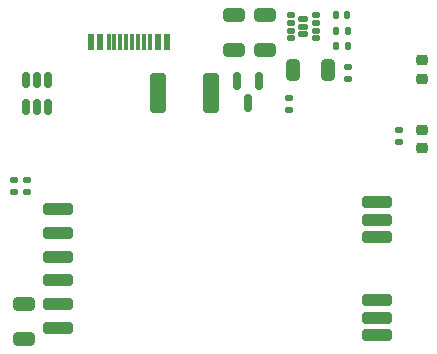
<source format=gbr>
%TF.GenerationSoftware,KiCad,Pcbnew,8.0.5*%
%TF.CreationDate,2024-11-09T17:21:21+03:00*%
%TF.ProjectId,BLR8812AF1 baseboard,424c5238-3831-4324-9146-312062617365,rev?*%
%TF.SameCoordinates,Original*%
%TF.FileFunction,Paste,Top*%
%TF.FilePolarity,Positive*%
%FSLAX46Y46*%
G04 Gerber Fmt 4.6, Leading zero omitted, Abs format (unit mm)*
G04 Created by KiCad (PCBNEW 8.0.5) date 2024-11-09 17:21:21*
%MOMM*%
%LPD*%
G01*
G04 APERTURE LIST*
G04 Aperture macros list*
%AMRoundRect*
0 Rectangle with rounded corners*
0 $1 Rounding radius*
0 $2 $3 $4 $5 $6 $7 $8 $9 X,Y pos of 4 corners*
0 Add a 4 corners polygon primitive as box body*
4,1,4,$2,$3,$4,$5,$6,$7,$8,$9,$2,$3,0*
0 Add four circle primitives for the rounded corners*
1,1,$1+$1,$2,$3*
1,1,$1+$1,$4,$5*
1,1,$1+$1,$6,$7*
1,1,$1+$1,$8,$9*
0 Add four rect primitives between the rounded corners*
20,1,$1+$1,$2,$3,$4,$5,0*
20,1,$1+$1,$4,$5,$6,$7,0*
20,1,$1+$1,$6,$7,$8,$9,0*
20,1,$1+$1,$8,$9,$2,$3,0*%
G04 Aperture macros list end*
%ADD10R,0.600000X1.450000*%
%ADD11R,0.300000X1.450000*%
%ADD12RoundRect,0.250000X-1.000000X-0.250000X1.000000X-0.250000X1.000000X0.250000X-1.000000X0.250000X0*%
%ADD13RoundRect,0.127500X-0.317500X-0.127500X0.317500X-0.127500X0.317500X0.127500X-0.317500X0.127500X0*%
%ADD14RoundRect,0.125000X-0.187500X-0.125000X0.187500X-0.125000X0.187500X0.125000X-0.187500X0.125000X0*%
%ADD15RoundRect,0.250000X-0.650000X0.325000X-0.650000X-0.325000X0.650000X-0.325000X0.650000X0.325000X0*%
%ADD16RoundRect,0.140000X-0.140000X-0.170000X0.140000X-0.170000X0.140000X0.170000X-0.140000X0.170000X0*%
%ADD17RoundRect,0.135000X-0.185000X0.135000X-0.185000X-0.135000X0.185000X-0.135000X0.185000X0.135000X0*%
%ADD18RoundRect,0.218750X-0.256250X0.218750X-0.256250X-0.218750X0.256250X-0.218750X0.256250X0.218750X0*%
%ADD19RoundRect,0.250000X0.325000X0.650000X-0.325000X0.650000X-0.325000X-0.650000X0.325000X-0.650000X0*%
%ADD20RoundRect,0.135000X-0.135000X-0.185000X0.135000X-0.185000X0.135000X0.185000X-0.135000X0.185000X0*%
%ADD21RoundRect,0.250000X-0.400000X-1.450000X0.400000X-1.450000X0.400000X1.450000X-0.400000X1.450000X0*%
%ADD22RoundRect,0.135000X0.185000X-0.135000X0.185000X0.135000X-0.185000X0.135000X-0.185000X-0.135000X0*%
%ADD23RoundRect,0.150000X-0.150000X0.587500X-0.150000X-0.587500X0.150000X-0.587500X0.150000X0.587500X0*%
%ADD24RoundRect,0.218750X0.256250X-0.218750X0.256250X0.218750X-0.256250X0.218750X-0.256250X-0.218750X0*%
%ADD25RoundRect,0.135000X0.135000X0.185000X-0.135000X0.185000X-0.135000X-0.185000X0.135000X-0.185000X0*%
%ADD26RoundRect,0.150000X-0.150000X0.512500X-0.150000X-0.512500X0.150000X-0.512500X0.150000X0.512500X0*%
G04 APERTURE END LIST*
D10*
%TO.C,X1*%
X65421000Y-32776000D03*
X64646000Y-32776000D03*
D11*
X63446000Y-32776000D03*
X62446000Y-32776000D03*
X61946000Y-32776000D03*
X60946000Y-32776000D03*
D10*
X58971000Y-32776000D03*
X59746000Y-32776000D03*
D11*
X60446000Y-32776000D03*
X61446000Y-32776000D03*
X62946000Y-32776000D03*
X63946000Y-32776000D03*
%TD*%
D12*
%TO.C,U1*%
X56146000Y-56916000D03*
X56146000Y-54916000D03*
X56146000Y-52916000D03*
X56146000Y-50916000D03*
X56146000Y-48916000D03*
X56146000Y-46916000D03*
X83146000Y-46266000D03*
X83146000Y-47766000D03*
X83146000Y-49266000D03*
X83146000Y-54566000D03*
X83146000Y-56066000D03*
X83146000Y-57566000D03*
%TD*%
D13*
%TO.C,U3*%
X76933500Y-30811000D03*
X76933500Y-31441000D03*
X76933500Y-32071000D03*
D14*
X75871000Y-30466000D03*
X75871000Y-31116000D03*
X75871000Y-31766000D03*
X75871000Y-32416000D03*
X77996000Y-32416000D03*
X77996000Y-31766000D03*
X77996000Y-31116000D03*
X77996000Y-30466000D03*
%TD*%
D15*
%TO.C,C1*%
X53287600Y-54913800D03*
X53287600Y-57863800D03*
%TD*%
D16*
%TO.C,C5*%
X79703500Y-30466000D03*
X80663500Y-30466000D03*
%TD*%
D17*
%TO.C,R1*%
X53516200Y-44448800D03*
X53516200Y-45468800D03*
%TD*%
%TO.C,R2*%
X52456200Y-44448800D03*
X52456200Y-45468800D03*
%TD*%
D18*
%TO.C,D2*%
X86946000Y-34281000D03*
X86946000Y-35856000D03*
%TD*%
D15*
%TO.C,C3*%
X73671000Y-30466000D03*
X73671000Y-33416000D03*
%TD*%
D19*
%TO.C,C4*%
X78996000Y-35116000D03*
X76046000Y-35116000D03*
%TD*%
D20*
%TO.C,R4*%
X79693500Y-33041000D03*
X80713500Y-33041000D03*
%TD*%
D17*
%TO.C,R3*%
X85046000Y-40178500D03*
X85046000Y-41198500D03*
%TD*%
D21*
%TO.C,F1*%
X64646000Y-37016000D03*
X69096000Y-37016000D03*
%TD*%
D22*
%TO.C,R6*%
X75690400Y-38496000D03*
X75690400Y-37476000D03*
%TD*%
D15*
%TO.C,C2*%
X71096000Y-30466000D03*
X71096000Y-33416000D03*
%TD*%
D23*
%TO.C,Q1*%
X73206000Y-36058500D03*
X71306000Y-36058500D03*
X72256000Y-37933500D03*
%TD*%
D24*
%TO.C,D1*%
X86946000Y-41753500D03*
X86946000Y-40178500D03*
%TD*%
D25*
%TO.C,R7*%
X80713500Y-31766000D03*
X79693500Y-31766000D03*
%TD*%
D26*
%TO.C,U2*%
X55329800Y-35941800D03*
X54379800Y-35941800D03*
X53429800Y-35941800D03*
X53429800Y-38216800D03*
X54379800Y-38216800D03*
X55329800Y-38216800D03*
%TD*%
D22*
%TO.C,R5*%
X80713500Y-35856000D03*
X80713500Y-34836000D03*
%TD*%
M02*

</source>
